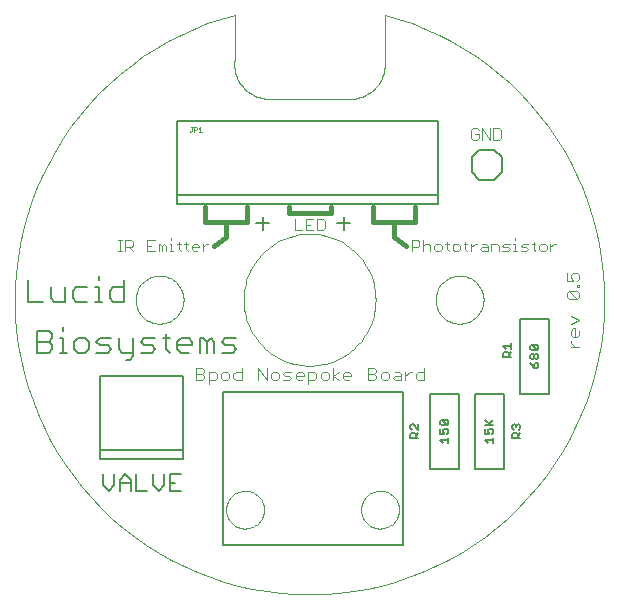
<source format=gto>
G75*
G70*
%OFA0B0*%
%FSLAX24Y24*%
%IPPOS*%
%LPD*%
%AMOC8*
5,1,8,0,0,1.08239X$1,22.5*
%
%ADD10C,0.0010*%
%ADD11C,0.0040*%
%ADD12C,0.0060*%
%ADD13C,0.0030*%
%ADD14C,0.0160*%
%ADD15C,0.0000*%
%ADD16C,0.0080*%
%ADD17C,0.0050*%
D10*
X004134Y011402D02*
X004136Y011458D01*
X004142Y011515D01*
X004152Y011570D01*
X004166Y011625D01*
X004183Y011679D01*
X004205Y011731D01*
X004230Y011781D01*
X004258Y011830D01*
X004290Y011877D01*
X004325Y011921D01*
X004363Y011963D01*
X004404Y012002D01*
X004448Y012037D01*
X004494Y012070D01*
X004542Y012099D01*
X004592Y012125D01*
X004644Y012148D01*
X004698Y012166D01*
X004752Y012181D01*
X004807Y012192D01*
X004863Y012199D01*
X004920Y012202D01*
X004976Y012201D01*
X005033Y012196D01*
X005088Y012187D01*
X005143Y012174D01*
X005197Y012157D01*
X005250Y012137D01*
X005301Y012113D01*
X005350Y012085D01*
X005397Y012054D01*
X005442Y012020D01*
X005485Y011982D01*
X005524Y011942D01*
X005561Y011899D01*
X005594Y011854D01*
X005624Y011806D01*
X005651Y011756D01*
X005674Y011705D01*
X005694Y011652D01*
X005710Y011598D01*
X005722Y011542D01*
X005730Y011487D01*
X005734Y011430D01*
X005734Y011374D01*
X005730Y011317D01*
X005722Y011262D01*
X005710Y011206D01*
X005694Y011152D01*
X005674Y011099D01*
X005651Y011048D01*
X005624Y010998D01*
X005594Y010950D01*
X005561Y010905D01*
X005524Y010862D01*
X005485Y010822D01*
X005442Y010784D01*
X005397Y010750D01*
X005350Y010719D01*
X005301Y010691D01*
X005250Y010667D01*
X005197Y010647D01*
X005143Y010630D01*
X005088Y010617D01*
X005033Y010608D01*
X004976Y010603D01*
X004920Y010602D01*
X004863Y010605D01*
X004807Y010612D01*
X004752Y010623D01*
X004698Y010638D01*
X004644Y010656D01*
X004592Y010679D01*
X004542Y010705D01*
X004494Y010734D01*
X004448Y010767D01*
X004404Y010802D01*
X004363Y010841D01*
X004325Y010883D01*
X004290Y010927D01*
X004258Y010974D01*
X004230Y011023D01*
X004205Y011073D01*
X004183Y011125D01*
X004166Y011179D01*
X004152Y011234D01*
X004142Y011289D01*
X004136Y011346D01*
X004134Y011402D01*
X005964Y017007D02*
X005989Y017007D01*
X006014Y017032D01*
X006014Y017157D01*
X005989Y017157D02*
X006039Y017157D01*
X006087Y017157D02*
X006162Y017157D01*
X006187Y017132D01*
X006187Y017082D01*
X006162Y017057D01*
X006087Y017057D01*
X006087Y017007D02*
X006087Y017157D01*
X006234Y017107D02*
X006284Y017157D01*
X006284Y017007D01*
X006234Y017007D02*
X006334Y017007D01*
X005964Y017007D02*
X005939Y017032D01*
X007434Y019402D02*
X007434Y020902D01*
X007434Y019402D02*
X007427Y019337D01*
X007424Y019272D01*
X007425Y019207D01*
X007429Y019142D01*
X007437Y019078D01*
X007449Y019014D01*
X007464Y018950D01*
X007483Y018888D01*
X007505Y018827D01*
X007530Y018767D01*
X007559Y018709D01*
X007591Y018652D01*
X007626Y018597D01*
X007665Y018545D01*
X007706Y018494D01*
X007750Y018446D01*
X007796Y018401D01*
X007845Y018358D01*
X007896Y018318D01*
X007950Y018281D01*
X008005Y018247D01*
X008062Y018216D01*
X008121Y018188D01*
X008182Y018164D01*
X008243Y018143D01*
X008306Y018126D01*
X008370Y018112D01*
X008434Y018102D01*
X011434Y018102D01*
X011498Y018112D01*
X011562Y018126D01*
X011625Y018143D01*
X011686Y018164D01*
X011747Y018188D01*
X011806Y018216D01*
X011863Y018247D01*
X011918Y018281D01*
X011972Y018318D01*
X012023Y018358D01*
X012072Y018401D01*
X012118Y018446D01*
X012162Y018494D01*
X012203Y018545D01*
X012242Y018597D01*
X012277Y018652D01*
X012309Y018709D01*
X012338Y018767D01*
X012363Y018827D01*
X012385Y018888D01*
X012404Y018950D01*
X012419Y019014D01*
X012431Y019078D01*
X012439Y019142D01*
X012443Y019207D01*
X012444Y019272D01*
X012441Y019337D01*
X012434Y019402D01*
X012434Y020902D01*
X007734Y011402D02*
X007737Y011510D01*
X007745Y011618D01*
X007758Y011725D01*
X007776Y011831D01*
X007800Y011937D01*
X007829Y012041D01*
X007863Y012143D01*
X007901Y012244D01*
X007945Y012343D01*
X007994Y012439D01*
X008047Y012533D01*
X008105Y012624D01*
X008167Y012713D01*
X008233Y012798D01*
X008304Y012879D01*
X008378Y012958D01*
X008457Y013032D01*
X008538Y013103D01*
X008623Y013169D01*
X008712Y013231D01*
X008803Y013289D01*
X008897Y013342D01*
X008993Y013391D01*
X009092Y013435D01*
X009193Y013473D01*
X009295Y013507D01*
X009399Y013536D01*
X009505Y013560D01*
X009611Y013578D01*
X009718Y013591D01*
X009826Y013599D01*
X009934Y013602D01*
X010042Y013599D01*
X010150Y013591D01*
X010257Y013578D01*
X010363Y013560D01*
X010469Y013536D01*
X010573Y013507D01*
X010675Y013473D01*
X010776Y013435D01*
X010875Y013391D01*
X010971Y013342D01*
X011065Y013289D01*
X011156Y013231D01*
X011245Y013169D01*
X011330Y013103D01*
X011411Y013032D01*
X011490Y012958D01*
X011564Y012879D01*
X011635Y012798D01*
X011701Y012713D01*
X011763Y012624D01*
X011821Y012533D01*
X011874Y012439D01*
X011923Y012343D01*
X011967Y012244D01*
X012005Y012143D01*
X012039Y012041D01*
X012068Y011937D01*
X012092Y011831D01*
X012110Y011725D01*
X012123Y011618D01*
X012131Y011510D01*
X012134Y011402D01*
X012131Y011294D01*
X012123Y011186D01*
X012110Y011079D01*
X012092Y010973D01*
X012068Y010867D01*
X012039Y010763D01*
X012005Y010661D01*
X011967Y010560D01*
X011923Y010461D01*
X011874Y010365D01*
X011821Y010271D01*
X011763Y010180D01*
X011701Y010091D01*
X011635Y010006D01*
X011564Y009925D01*
X011490Y009846D01*
X011411Y009772D01*
X011330Y009701D01*
X011245Y009635D01*
X011156Y009573D01*
X011065Y009515D01*
X010971Y009462D01*
X010875Y009413D01*
X010776Y009369D01*
X010675Y009331D01*
X010573Y009297D01*
X010469Y009268D01*
X010363Y009244D01*
X010257Y009226D01*
X010150Y009213D01*
X010042Y009205D01*
X009934Y009202D01*
X009826Y009205D01*
X009718Y009213D01*
X009611Y009226D01*
X009505Y009244D01*
X009399Y009268D01*
X009295Y009297D01*
X009193Y009331D01*
X009092Y009369D01*
X008993Y009413D01*
X008897Y009462D01*
X008803Y009515D01*
X008712Y009573D01*
X008623Y009635D01*
X008538Y009701D01*
X008457Y009772D01*
X008378Y009846D01*
X008304Y009925D01*
X008233Y010006D01*
X008167Y010091D01*
X008105Y010180D01*
X008047Y010271D01*
X007994Y010365D01*
X007945Y010461D01*
X007901Y010560D01*
X007863Y010661D01*
X007829Y010763D01*
X007800Y010867D01*
X007776Y010973D01*
X007758Y011079D01*
X007745Y011186D01*
X007737Y011294D01*
X007734Y011402D01*
X007434Y020902D02*
X006973Y020768D01*
X006519Y020612D01*
X006073Y020434D01*
X005636Y020235D01*
X005210Y020014D01*
X004794Y019773D01*
X004391Y019512D01*
X004002Y019231D01*
X003626Y018932D01*
X003266Y018615D01*
X002921Y018280D01*
X002594Y017930D01*
X002283Y017563D01*
X001991Y017182D01*
X001718Y016787D01*
X001465Y016379D01*
X001232Y015959D01*
X001020Y015528D01*
X000829Y015088D01*
X000659Y014639D01*
X000512Y014181D01*
X000388Y013718D01*
X000286Y013248D01*
X000207Y012775D01*
X000152Y012298D01*
X000120Y011819D01*
X000111Y011339D01*
X000126Y010859D01*
X000164Y010380D01*
X000226Y009904D01*
X000311Y009431D01*
X000419Y008963D01*
X000549Y008501D01*
X000702Y008046D01*
X000877Y007599D01*
X001074Y007161D01*
X001291Y006733D01*
X001530Y006316D01*
X001789Y005912D01*
X002067Y005520D01*
X002363Y005143D01*
X002678Y004780D01*
X003011Y004434D01*
X003359Y004104D01*
X003724Y003791D01*
X004103Y003497D01*
X004496Y003221D01*
X004903Y002965D01*
X005321Y002730D01*
X005750Y002515D01*
X006190Y002321D01*
X006638Y002149D01*
X007094Y001999D01*
X007557Y001871D01*
X008025Y001766D01*
X008499Y001684D01*
X008975Y001626D01*
X009454Y001591D01*
X009934Y001579D01*
X010414Y001591D01*
X010893Y001626D01*
X011369Y001684D01*
X011843Y001766D01*
X012311Y001871D01*
X012774Y001999D01*
X013230Y002149D01*
X013678Y002321D01*
X014118Y002515D01*
X014547Y002730D01*
X014965Y002965D01*
X015372Y003221D01*
X015765Y003497D01*
X016144Y003791D01*
X016509Y004104D01*
X016857Y004434D01*
X017190Y004780D01*
X017505Y005143D01*
X017801Y005520D01*
X018079Y005912D01*
X018338Y006316D01*
X018577Y006733D01*
X018794Y007161D01*
X018991Y007599D01*
X019166Y008046D01*
X019319Y008501D01*
X019449Y008963D01*
X019557Y009431D01*
X019642Y009904D01*
X019704Y010380D01*
X019742Y010859D01*
X019757Y011339D01*
X019748Y011819D01*
X019716Y012298D01*
X019661Y012775D01*
X019582Y013248D01*
X019480Y013718D01*
X019356Y014181D01*
X019209Y014639D01*
X019039Y015088D01*
X018848Y015528D01*
X018636Y015959D01*
X018403Y016379D01*
X018150Y016787D01*
X017877Y017182D01*
X017585Y017563D01*
X017274Y017930D01*
X016947Y018280D01*
X016602Y018615D01*
X016242Y018932D01*
X015866Y019231D01*
X015477Y019512D01*
X015074Y019773D01*
X014658Y020014D01*
X014232Y020235D01*
X013795Y020434D01*
X013349Y020612D01*
X012895Y020768D01*
X012434Y020902D01*
X014134Y011402D02*
X014136Y011458D01*
X014142Y011515D01*
X014152Y011570D01*
X014166Y011625D01*
X014183Y011679D01*
X014205Y011731D01*
X014230Y011781D01*
X014258Y011830D01*
X014290Y011877D01*
X014325Y011921D01*
X014363Y011963D01*
X014404Y012002D01*
X014448Y012037D01*
X014494Y012070D01*
X014542Y012099D01*
X014592Y012125D01*
X014644Y012148D01*
X014698Y012166D01*
X014752Y012181D01*
X014807Y012192D01*
X014863Y012199D01*
X014920Y012202D01*
X014976Y012201D01*
X015033Y012196D01*
X015088Y012187D01*
X015143Y012174D01*
X015197Y012157D01*
X015250Y012137D01*
X015301Y012113D01*
X015350Y012085D01*
X015397Y012054D01*
X015442Y012020D01*
X015485Y011982D01*
X015524Y011942D01*
X015561Y011899D01*
X015594Y011854D01*
X015624Y011806D01*
X015651Y011756D01*
X015674Y011705D01*
X015694Y011652D01*
X015710Y011598D01*
X015722Y011542D01*
X015730Y011487D01*
X015734Y011430D01*
X015734Y011374D01*
X015730Y011317D01*
X015722Y011262D01*
X015710Y011206D01*
X015694Y011152D01*
X015674Y011099D01*
X015651Y011048D01*
X015624Y010998D01*
X015594Y010950D01*
X015561Y010905D01*
X015524Y010862D01*
X015485Y010822D01*
X015442Y010784D01*
X015397Y010750D01*
X015350Y010719D01*
X015301Y010691D01*
X015250Y010667D01*
X015197Y010647D01*
X015143Y010630D01*
X015088Y010617D01*
X015033Y010608D01*
X014976Y010603D01*
X014920Y010602D01*
X014863Y010605D01*
X014807Y010612D01*
X014752Y010623D01*
X014698Y010638D01*
X014644Y010656D01*
X014592Y010679D01*
X014542Y010705D01*
X014494Y010734D01*
X014448Y010767D01*
X014404Y010802D01*
X014363Y010841D01*
X014325Y010883D01*
X014290Y010927D01*
X014258Y010974D01*
X014230Y011023D01*
X014205Y011073D01*
X014183Y011125D01*
X014166Y011179D01*
X014152Y011234D01*
X014142Y011289D01*
X014136Y011346D01*
X014134Y011402D01*
D11*
X013748Y009133D02*
X013748Y008722D01*
X013543Y008722D01*
X013474Y008791D01*
X013474Y008928D01*
X013543Y008996D01*
X013748Y008996D01*
X013334Y008996D02*
X013266Y008996D01*
X013129Y008859D01*
X013129Y008722D02*
X013129Y008996D01*
X012988Y008928D02*
X012988Y008722D01*
X012783Y008722D01*
X012715Y008791D01*
X012783Y008859D01*
X012988Y008859D01*
X012988Y008928D02*
X012920Y008996D01*
X012783Y008996D01*
X012574Y008928D02*
X012574Y008791D01*
X012505Y008722D01*
X012369Y008722D01*
X012300Y008791D01*
X012300Y008928D01*
X012369Y008996D01*
X012505Y008996D01*
X012574Y008928D01*
X012159Y008996D02*
X012091Y008928D01*
X011886Y008928D01*
X011886Y009133D02*
X011886Y008722D01*
X012091Y008722D01*
X012159Y008791D01*
X012159Y008859D01*
X012091Y008928D01*
X012159Y008996D02*
X012159Y009064D01*
X012091Y009133D01*
X011886Y009133D01*
X011331Y008928D02*
X011331Y008859D01*
X011057Y008859D01*
X011057Y008791D02*
X011057Y008928D01*
X011126Y008996D01*
X011262Y008996D01*
X011331Y008928D01*
X011262Y008722D02*
X011126Y008722D01*
X011057Y008791D01*
X010917Y008722D02*
X010712Y008859D01*
X010917Y008996D01*
X010712Y009133D02*
X010712Y008722D01*
X010571Y008791D02*
X010571Y008928D01*
X010503Y008996D01*
X010366Y008996D01*
X010298Y008928D01*
X010298Y008791D01*
X010366Y008722D01*
X010503Y008722D01*
X010571Y008791D01*
X010157Y008791D02*
X010088Y008722D01*
X009883Y008722D01*
X009883Y008586D02*
X009883Y008996D01*
X010088Y008996D01*
X010157Y008928D01*
X010157Y008791D01*
X009743Y008859D02*
X009469Y008859D01*
X009469Y008791D02*
X009469Y008928D01*
X009537Y008996D01*
X009674Y008996D01*
X009743Y008928D01*
X009743Y008859D01*
X009674Y008722D02*
X009537Y008722D01*
X009469Y008791D01*
X009328Y008791D02*
X009260Y008859D01*
X009123Y008859D01*
X009055Y008928D01*
X009123Y008996D01*
X009328Y008996D01*
X009328Y008791D02*
X009260Y008722D01*
X009055Y008722D01*
X008914Y008791D02*
X008914Y008928D01*
X008845Y008996D01*
X008709Y008996D01*
X008640Y008928D01*
X008640Y008791D01*
X008709Y008722D01*
X008845Y008722D01*
X008914Y008791D01*
X008500Y008722D02*
X008500Y009133D01*
X008226Y009133D02*
X008500Y008722D01*
X008226Y008722D02*
X008226Y009133D01*
X007671Y009133D02*
X007671Y008722D01*
X007466Y008722D01*
X007397Y008791D01*
X007397Y008928D01*
X007466Y008996D01*
X007671Y008996D01*
X007257Y008928D02*
X007257Y008791D01*
X007188Y008722D01*
X007051Y008722D01*
X006983Y008791D01*
X006983Y008928D01*
X007051Y008996D01*
X007188Y008996D01*
X007257Y008928D01*
X006842Y008928D02*
X006842Y008791D01*
X006774Y008722D01*
X006569Y008722D01*
X006569Y008586D02*
X006569Y008996D01*
X006774Y008996D01*
X006842Y008928D01*
X006428Y008996D02*
X006359Y008928D01*
X006154Y008928D01*
X006154Y009133D02*
X006154Y008722D01*
X006359Y008722D01*
X006428Y008791D01*
X006428Y008859D01*
X006359Y008928D01*
X006428Y008996D02*
X006428Y009064D01*
X006359Y009133D01*
X006154Y009133D01*
X018641Y009822D02*
X018914Y009822D01*
X018778Y009822D02*
X018641Y009959D01*
X018641Y010028D01*
X018709Y010168D02*
X018641Y010236D01*
X018641Y010373D01*
X018709Y010441D01*
X018778Y010441D01*
X018778Y010168D01*
X018846Y010168D02*
X018709Y010168D01*
X018846Y010168D02*
X018914Y010236D01*
X018914Y010373D01*
X018641Y010582D02*
X018914Y010719D01*
X018641Y010856D01*
X018572Y011411D02*
X018504Y011479D01*
X018504Y011616D01*
X018572Y011684D01*
X018846Y011411D01*
X018914Y011479D01*
X018914Y011616D01*
X018846Y011684D01*
X018572Y011684D01*
X018572Y011411D02*
X018846Y011411D01*
X018846Y011825D02*
X018846Y011893D01*
X018914Y011893D01*
X018914Y011825D01*
X018846Y011825D01*
X018846Y012032D02*
X018914Y012101D01*
X018914Y012237D01*
X018846Y012306D01*
X018709Y012306D01*
X018641Y012237D01*
X018641Y012169D01*
X018709Y012032D01*
X018504Y012032D01*
X018504Y012306D01*
D12*
X011291Y013953D02*
X010864Y013953D01*
X011078Y014166D02*
X011078Y013739D01*
X008591Y013953D02*
X008164Y013953D01*
X008378Y014166D02*
X008378Y013739D01*
X007496Y010126D02*
X007126Y010126D01*
X007003Y010003D01*
X007126Y009879D01*
X007373Y009879D01*
X007496Y009756D01*
X007373Y009632D01*
X007003Y009632D01*
X006760Y009632D02*
X006760Y010003D01*
X006636Y010126D01*
X006513Y010003D01*
X006513Y009632D01*
X006266Y009632D02*
X006266Y010126D01*
X006390Y010126D01*
X006513Y010003D01*
X006023Y010003D02*
X006023Y009879D01*
X005530Y009879D01*
X005530Y009756D02*
X005530Y010003D01*
X005653Y010126D01*
X005900Y010126D01*
X006023Y010003D01*
X005900Y009632D02*
X005653Y009632D01*
X005530Y009756D01*
X005285Y009632D02*
X005162Y009756D01*
X005162Y010250D01*
X005285Y010126D02*
X005038Y010126D01*
X004796Y010126D02*
X004425Y010126D01*
X004302Y010003D01*
X004425Y009879D01*
X004672Y009879D01*
X004796Y009756D01*
X004672Y009632D01*
X004302Y009632D01*
X004059Y009632D02*
X003689Y009632D01*
X003565Y009756D01*
X003565Y010126D01*
X003322Y010126D02*
X002952Y010126D01*
X002829Y010003D01*
X002952Y009879D01*
X003199Y009879D01*
X003322Y009756D01*
X003199Y009632D01*
X002829Y009632D01*
X002586Y009756D02*
X002586Y010003D01*
X002462Y010126D01*
X002215Y010126D01*
X002092Y010003D01*
X002092Y009756D01*
X002215Y009632D01*
X002462Y009632D01*
X002586Y009756D01*
X001848Y009632D02*
X001601Y009632D01*
X001724Y009632D02*
X001724Y010126D01*
X001601Y010126D01*
X001724Y010373D02*
X001724Y010496D01*
X001358Y010250D02*
X001358Y010126D01*
X001235Y010003D01*
X000864Y010003D01*
X000864Y010373D02*
X000864Y009632D01*
X001235Y009632D01*
X001358Y009756D01*
X001358Y009879D01*
X001235Y010003D01*
X001358Y010250D02*
X001235Y010373D01*
X000864Y010373D01*
X001058Y011332D02*
X000564Y011332D01*
X000564Y012073D01*
X001301Y011826D02*
X001301Y011456D01*
X001424Y011332D01*
X001795Y011332D01*
X001795Y011826D01*
X002038Y011703D02*
X002038Y011456D01*
X002161Y011332D01*
X002531Y011332D01*
X002774Y011332D02*
X003021Y011332D01*
X002898Y011332D02*
X002898Y011826D01*
X002774Y011826D01*
X002531Y011826D02*
X002161Y011826D01*
X002038Y011703D01*
X002898Y012073D02*
X002898Y012196D01*
X003265Y011703D02*
X003389Y011826D01*
X003759Y011826D01*
X003759Y012073D02*
X003759Y011332D01*
X003389Y011332D01*
X003265Y011456D01*
X003265Y011703D01*
X004059Y010126D02*
X004059Y009509D01*
X003936Y009386D01*
X003812Y009386D01*
D13*
X003795Y013017D02*
X003795Y013388D01*
X003980Y013388D01*
X004042Y013326D01*
X004042Y013203D01*
X003980Y013141D01*
X003795Y013141D01*
X003918Y013141D02*
X004042Y013017D01*
X003673Y013017D02*
X003549Y013017D01*
X003611Y013017D02*
X003611Y013388D01*
X003549Y013388D02*
X003673Y013388D01*
X004531Y013388D02*
X004531Y013017D01*
X004778Y013017D01*
X004900Y013017D02*
X004900Y013264D01*
X004961Y013264D01*
X005023Y013203D01*
X005085Y013264D01*
X005147Y013203D01*
X005147Y013017D01*
X005268Y013017D02*
X005391Y013017D01*
X005330Y013017D02*
X005330Y013264D01*
X005268Y013264D01*
X005330Y013388D02*
X005330Y013449D01*
X005514Y013264D02*
X005637Y013264D01*
X005575Y013326D02*
X005575Y013079D01*
X005637Y013017D01*
X005821Y013079D02*
X005883Y013017D01*
X005821Y013079D02*
X005821Y013326D01*
X005759Y013264D02*
X005883Y013264D01*
X006005Y013203D02*
X006066Y013264D01*
X006190Y013264D01*
X006251Y013203D01*
X006251Y013141D01*
X006005Y013141D01*
X006005Y013079D02*
X006005Y013203D01*
X006005Y013079D02*
X006066Y013017D01*
X006190Y013017D01*
X006373Y013017D02*
X006373Y013264D01*
X006373Y013141D02*
X006496Y013264D01*
X006558Y013264D01*
X005023Y013203D02*
X005023Y013017D01*
X004655Y013203D02*
X004531Y013203D01*
X004531Y013388D02*
X004778Y013388D01*
X009449Y013717D02*
X009696Y013717D01*
X009818Y013717D02*
X010064Y013717D01*
X010186Y013717D02*
X010371Y013717D01*
X010433Y013779D01*
X010433Y014026D01*
X010371Y014088D01*
X010186Y014088D01*
X010186Y013717D01*
X009941Y013903D02*
X009818Y013903D01*
X009818Y014088D02*
X009818Y013717D01*
X009449Y013717D02*
X009449Y014088D01*
X009818Y014088D02*
X010064Y014088D01*
X013349Y013388D02*
X013349Y013017D01*
X013349Y013141D02*
X013534Y013141D01*
X013596Y013203D01*
X013596Y013326D01*
X013534Y013388D01*
X013349Y013388D01*
X013718Y013388D02*
X013718Y013017D01*
X013718Y013203D02*
X013779Y013264D01*
X013903Y013264D01*
X013964Y013203D01*
X013964Y013017D01*
X014086Y013079D02*
X014148Y013017D01*
X014271Y013017D01*
X014333Y013079D01*
X014333Y013203D01*
X014271Y013264D01*
X014148Y013264D01*
X014086Y013203D01*
X014086Y013079D01*
X014454Y013264D02*
X014578Y013264D01*
X014516Y013326D02*
X014516Y013079D01*
X014578Y013017D01*
X014700Y013079D02*
X014761Y013017D01*
X014885Y013017D01*
X014947Y013079D01*
X014947Y013203D01*
X014885Y013264D01*
X014761Y013264D01*
X014700Y013203D01*
X014700Y013079D01*
X015068Y013264D02*
X015191Y013264D01*
X015130Y013326D02*
X015130Y013079D01*
X015191Y013017D01*
X015314Y013017D02*
X015314Y013264D01*
X015437Y013264D02*
X015499Y013264D01*
X015437Y013264D02*
X015314Y013141D01*
X015620Y013079D02*
X015682Y013017D01*
X015867Y013017D01*
X015867Y013203D01*
X015806Y013264D01*
X015682Y013264D01*
X015682Y013141D02*
X015867Y013141D01*
X015989Y013017D02*
X015989Y013264D01*
X016174Y013264D01*
X016236Y013203D01*
X016236Y013017D01*
X016357Y013017D02*
X016542Y013017D01*
X016604Y013079D01*
X016542Y013141D01*
X016419Y013141D01*
X016357Y013203D01*
X016419Y013264D01*
X016604Y013264D01*
X016725Y013264D02*
X016787Y013264D01*
X016787Y013017D01*
X016725Y013017D02*
X016849Y013017D01*
X016971Y013017D02*
X017156Y013017D01*
X017218Y013079D01*
X017156Y013141D01*
X017033Y013141D01*
X016971Y013203D01*
X017033Y013264D01*
X017218Y013264D01*
X017339Y013264D02*
X017463Y013264D01*
X017401Y013326D02*
X017401Y013079D01*
X017463Y013017D01*
X017585Y013079D02*
X017646Y013017D01*
X017770Y013017D01*
X017832Y013079D01*
X017832Y013203D01*
X017770Y013264D01*
X017646Y013264D01*
X017585Y013203D01*
X017585Y013079D01*
X017953Y013017D02*
X017953Y013264D01*
X017953Y013141D02*
X018076Y013264D01*
X018138Y013264D01*
X016787Y013388D02*
X016787Y013449D01*
X015682Y013141D02*
X015620Y013079D01*
X015688Y016737D02*
X015688Y017108D01*
X015934Y016737D01*
X015934Y017108D01*
X016056Y017108D02*
X016241Y017108D01*
X016303Y017046D01*
X016303Y016799D01*
X016241Y016737D01*
X016056Y016737D01*
X016056Y017108D01*
X015566Y017046D02*
X015504Y017108D01*
X015381Y017108D01*
X015319Y017046D01*
X015319Y016799D01*
X015381Y016737D01*
X015504Y016737D01*
X015566Y016799D01*
X015566Y016923D01*
X015443Y016923D01*
D14*
X013434Y014502D02*
X013434Y014002D01*
X012734Y014002D01*
X012734Y013502D01*
X013134Y013202D01*
X012734Y014002D02*
X012034Y014002D01*
X012034Y014502D01*
X010634Y014502D02*
X010634Y014302D01*
X009234Y014302D01*
X009234Y014502D01*
X007834Y014502D02*
X007834Y014002D01*
X006434Y014002D01*
X006434Y014502D01*
X007134Y013902D02*
X007134Y013502D01*
X006734Y013202D01*
D15*
X007154Y004402D02*
X007156Y004452D01*
X007162Y004502D01*
X007172Y004551D01*
X007186Y004599D01*
X007203Y004646D01*
X007224Y004691D01*
X007249Y004735D01*
X007277Y004776D01*
X007309Y004815D01*
X007343Y004852D01*
X007380Y004886D01*
X007420Y004916D01*
X007462Y004943D01*
X007506Y004967D01*
X007552Y004988D01*
X007599Y005004D01*
X007647Y005017D01*
X007697Y005026D01*
X007746Y005031D01*
X007797Y005032D01*
X007847Y005029D01*
X007896Y005022D01*
X007945Y005011D01*
X007993Y004996D01*
X008039Y004978D01*
X008084Y004956D01*
X008127Y004930D01*
X008168Y004901D01*
X008207Y004869D01*
X008243Y004834D01*
X008275Y004796D01*
X008305Y004756D01*
X008332Y004713D01*
X008355Y004669D01*
X008374Y004623D01*
X008390Y004575D01*
X008402Y004526D01*
X008410Y004477D01*
X008414Y004427D01*
X008414Y004377D01*
X008410Y004327D01*
X008402Y004278D01*
X008390Y004229D01*
X008374Y004181D01*
X008355Y004135D01*
X008332Y004091D01*
X008305Y004048D01*
X008275Y004008D01*
X008243Y003970D01*
X008207Y003935D01*
X008168Y003903D01*
X008127Y003874D01*
X008084Y003848D01*
X008039Y003826D01*
X007993Y003808D01*
X007945Y003793D01*
X007896Y003782D01*
X007847Y003775D01*
X007797Y003772D01*
X007746Y003773D01*
X007697Y003778D01*
X007647Y003787D01*
X007599Y003800D01*
X007552Y003816D01*
X007506Y003837D01*
X007462Y003861D01*
X007420Y003888D01*
X007380Y003918D01*
X007343Y003952D01*
X007309Y003989D01*
X007277Y004028D01*
X007249Y004069D01*
X007224Y004113D01*
X007203Y004158D01*
X007186Y004205D01*
X007172Y004253D01*
X007162Y004302D01*
X007156Y004352D01*
X007154Y004402D01*
X011654Y004402D02*
X011656Y004452D01*
X011662Y004502D01*
X011672Y004551D01*
X011686Y004599D01*
X011703Y004646D01*
X011724Y004691D01*
X011749Y004735D01*
X011777Y004776D01*
X011809Y004815D01*
X011843Y004852D01*
X011880Y004886D01*
X011920Y004916D01*
X011962Y004943D01*
X012006Y004967D01*
X012052Y004988D01*
X012099Y005004D01*
X012147Y005017D01*
X012197Y005026D01*
X012246Y005031D01*
X012297Y005032D01*
X012347Y005029D01*
X012396Y005022D01*
X012445Y005011D01*
X012493Y004996D01*
X012539Y004978D01*
X012584Y004956D01*
X012627Y004930D01*
X012668Y004901D01*
X012707Y004869D01*
X012743Y004834D01*
X012775Y004796D01*
X012805Y004756D01*
X012832Y004713D01*
X012855Y004669D01*
X012874Y004623D01*
X012890Y004575D01*
X012902Y004526D01*
X012910Y004477D01*
X012914Y004427D01*
X012914Y004377D01*
X012910Y004327D01*
X012902Y004278D01*
X012890Y004229D01*
X012874Y004181D01*
X012855Y004135D01*
X012832Y004091D01*
X012805Y004048D01*
X012775Y004008D01*
X012743Y003970D01*
X012707Y003935D01*
X012668Y003903D01*
X012627Y003874D01*
X012584Y003848D01*
X012539Y003826D01*
X012493Y003808D01*
X012445Y003793D01*
X012396Y003782D01*
X012347Y003775D01*
X012297Y003772D01*
X012246Y003773D01*
X012197Y003778D01*
X012147Y003787D01*
X012099Y003800D01*
X012052Y003816D01*
X012006Y003837D01*
X011962Y003861D01*
X011920Y003888D01*
X011880Y003918D01*
X011843Y003952D01*
X011809Y003989D01*
X011777Y004028D01*
X011749Y004069D01*
X011724Y004113D01*
X011703Y004158D01*
X011686Y004205D01*
X011672Y004253D01*
X011662Y004302D01*
X011656Y004352D01*
X011654Y004402D01*
D16*
X013034Y003221D02*
X013034Y008339D01*
X007034Y008339D01*
X007034Y003221D01*
X013034Y003221D01*
X013962Y005762D02*
X013962Y008243D01*
X014907Y008243D01*
X014907Y005762D01*
X013962Y005762D01*
X015462Y005762D02*
X015462Y008243D01*
X016407Y008243D01*
X016407Y005762D01*
X015462Y005762D01*
X016962Y008262D02*
X016962Y010743D01*
X017907Y010743D01*
X017907Y008262D01*
X016962Y008262D01*
X014214Y014585D02*
X005529Y014585D01*
X005529Y014900D01*
X014214Y014900D01*
X014214Y014585D01*
X014214Y014900D02*
X014214Y017341D01*
X005529Y017341D01*
X005529Y014900D01*
X005701Y008841D02*
X002945Y008841D01*
X002945Y006400D01*
X005701Y006400D01*
X005701Y006085D01*
X002945Y006085D01*
X002945Y006400D01*
X005701Y006400D02*
X005701Y008841D01*
X015334Y015652D02*
X015584Y015402D01*
X016084Y015402D01*
X016334Y015652D01*
X016334Y016152D01*
X016084Y016402D01*
X015584Y016402D01*
X015334Y016152D01*
X015334Y015652D01*
D17*
X003426Y005211D02*
X003243Y005027D01*
X003059Y005211D01*
X003059Y005578D01*
X003426Y005578D02*
X003426Y005211D01*
X003612Y005303D02*
X003979Y005303D01*
X003979Y005394D02*
X003979Y005027D01*
X004164Y005027D02*
X004531Y005027D01*
X004717Y005211D02*
X004900Y005027D01*
X005084Y005211D01*
X005084Y005578D01*
X005269Y005578D02*
X005269Y005027D01*
X005636Y005027D01*
X005453Y005303D02*
X005269Y005303D01*
X005269Y005578D02*
X005636Y005578D01*
X004717Y005578D02*
X004717Y005211D01*
X004164Y005027D02*
X004164Y005578D01*
X003979Y005394D02*
X003795Y005578D01*
X003612Y005394D01*
X003612Y005027D01*
X013289Y006777D02*
X013289Y006912D01*
X013334Y006957D01*
X013424Y006957D01*
X013469Y006912D01*
X013469Y006777D01*
X013559Y006777D02*
X013289Y006777D01*
X013469Y006867D02*
X013559Y006957D01*
X013559Y007072D02*
X013379Y007252D01*
X013334Y007252D01*
X013289Y007207D01*
X013289Y007117D01*
X013334Y007072D01*
X013559Y007072D02*
X013559Y007252D01*
X014289Y007262D02*
X014289Y007352D01*
X014334Y007397D01*
X014514Y007217D01*
X014559Y007262D01*
X014559Y007352D01*
X014514Y007397D01*
X014334Y007397D01*
X014289Y007262D02*
X014334Y007217D01*
X014514Y007217D01*
X014514Y007102D02*
X014424Y007102D01*
X014379Y007057D01*
X014379Y007012D01*
X014424Y006922D01*
X014289Y006922D01*
X014289Y007102D01*
X014514Y007102D02*
X014559Y007057D01*
X014559Y006967D01*
X014514Y006922D01*
X014559Y006807D02*
X014559Y006627D01*
X014559Y006717D02*
X014289Y006717D01*
X014379Y006627D01*
X015789Y006717D02*
X016059Y006717D01*
X016059Y006627D02*
X016059Y006807D01*
X016014Y006922D02*
X016059Y006967D01*
X016059Y007057D01*
X016014Y007102D01*
X015924Y007102D01*
X015879Y007057D01*
X015879Y007012D01*
X015924Y006922D01*
X015789Y006922D01*
X015789Y007102D01*
X015789Y007217D02*
X016059Y007217D01*
X015969Y007217D02*
X015789Y007397D01*
X015924Y007262D02*
X016059Y007397D01*
X016689Y007207D02*
X016689Y007117D01*
X016734Y007072D01*
X016734Y006957D02*
X016824Y006957D01*
X016869Y006912D01*
X016869Y006777D01*
X016959Y006777D02*
X016689Y006777D01*
X016689Y006912D01*
X016734Y006957D01*
X016869Y006867D02*
X016959Y006957D01*
X016914Y007072D02*
X016959Y007117D01*
X016959Y007207D01*
X016914Y007252D01*
X016869Y007252D01*
X016824Y007207D01*
X016824Y007162D01*
X016824Y007207D02*
X016779Y007252D01*
X016734Y007252D01*
X016689Y007207D01*
X015879Y006627D02*
X015789Y006717D01*
X017424Y009127D02*
X017424Y009262D01*
X017469Y009307D01*
X017514Y009307D01*
X017559Y009262D01*
X017559Y009172D01*
X017514Y009127D01*
X017424Y009127D01*
X017334Y009217D01*
X017289Y009307D01*
X017334Y009422D02*
X017379Y009422D01*
X017424Y009467D01*
X017424Y009557D01*
X017469Y009602D01*
X017514Y009602D01*
X017559Y009557D01*
X017559Y009467D01*
X017514Y009422D01*
X017469Y009422D01*
X017424Y009467D01*
X017424Y009557D02*
X017379Y009602D01*
X017334Y009602D01*
X017289Y009557D01*
X017289Y009467D01*
X017334Y009422D01*
X017334Y009717D02*
X017289Y009762D01*
X017289Y009852D01*
X017334Y009897D01*
X017514Y009717D01*
X017559Y009762D01*
X017559Y009852D01*
X017514Y009897D01*
X017334Y009897D01*
X017334Y009717D02*
X017514Y009717D01*
X016659Y009772D02*
X016659Y009952D01*
X016659Y009862D02*
X016389Y009862D01*
X016479Y009772D01*
X016434Y009657D02*
X016524Y009657D01*
X016569Y009612D01*
X016569Y009477D01*
X016659Y009477D02*
X016389Y009477D01*
X016389Y009612D01*
X016434Y009657D01*
X016569Y009567D02*
X016659Y009657D01*
M02*

</source>
